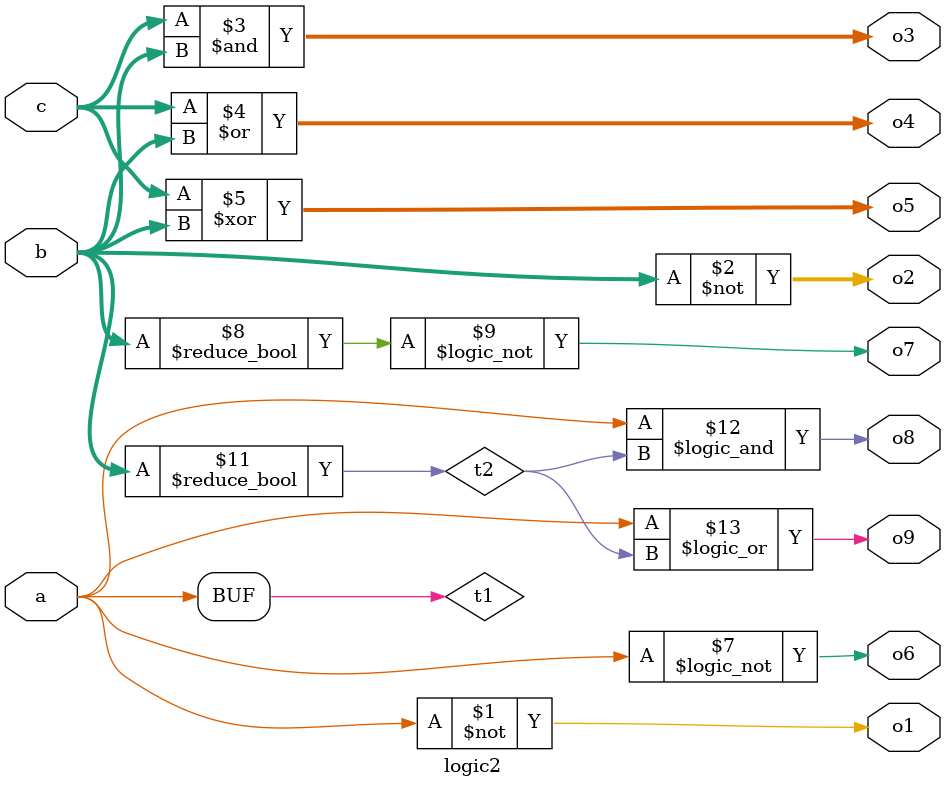
<source format=v>
module logic2 (
  input  signed       a,
  input  signed [2:0] b,
  input  signed [2:0] c,
  output signed       o1,
  output signed [2:0] o2,
  output signed [2:0] o3,
  output signed [2:0] o4,
  output signed [2:0] o5,
  output signed       o6,
  output signed       o7,
  output signed       o8,
  output signed       o9
);

assign o1 = ~a;
assign o2 = ~b;
assign o3 = c & b;
assign o4 = c | b;
assign o5 = c ^ b;
assign o6 = !(a != 0) ; // o6 = !a
assign o7 = !(b != 0) ; // o7 = !b
wire   t1 = (a != 0);
wire   t2 = (b != 0);
assign o8 = t1 && t2;
assign o9 = t1 || t2;

endmodule

</source>
